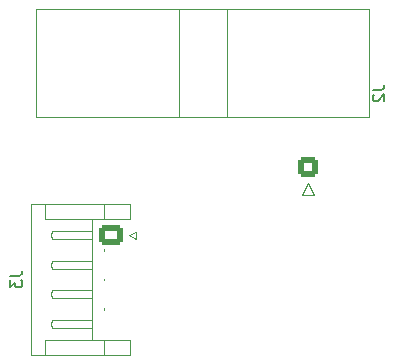
<source format=gbr>
%TF.GenerationSoftware,KiCad,Pcbnew,(7.0.0)*%
%TF.CreationDate,2023-04-09T14:25:35-07:00*%
%TF.ProjectId,SidecarXE85-keyboard,53696465-6361-4725-9845-38352d6b6579,rev?*%
%TF.SameCoordinates,Original*%
%TF.FileFunction,Legend,Bot*%
%TF.FilePolarity,Positive*%
%FSLAX46Y46*%
G04 Gerber Fmt 4.6, Leading zero omitted, Abs format (unit mm)*
G04 Created by KiCad (PCBNEW (7.0.0)) date 2023-04-09 14:25:35*
%MOMM*%
%LPD*%
G01*
G04 APERTURE LIST*
G04 Aperture macros list*
%AMRoundRect*
0 Rectangle with rounded corners*
0 $1 Rounding radius*
0 $2 $3 $4 $5 $6 $7 $8 $9 X,Y pos of 4 corners*
0 Add a 4 corners polygon primitive as box body*
4,1,4,$2,$3,$4,$5,$6,$7,$8,$9,$2,$3,0*
0 Add four circle primitives for the rounded corners*
1,1,$1+$1,$2,$3*
1,1,$1+$1,$4,$5*
1,1,$1+$1,$6,$7*
1,1,$1+$1,$8,$9*
0 Add four rect primitives between the rounded corners*
20,1,$1+$1,$2,$3,$4,$5,0*
20,1,$1+$1,$4,$5,$6,$7,0*
20,1,$1+$1,$6,$7,$8,$9,0*
20,1,$1+$1,$8,$9,$2,$3,0*%
%AMHorizOval*
0 Thick line with rounded ends*
0 $1 width*
0 $2 $3 position (X,Y) of the first rounded end (center of the circle)*
0 $4 $5 position (X,Y) of the second rounded end (center of the circle)*
0 Add line between two ends*
20,1,$1,$2,$3,$4,$5,0*
0 Add two circle primitives to create the rounded ends*
1,1,$1,$2,$3*
1,1,$1,$4,$5*%
G04 Aperture macros list end*
%ADD10C,0.150000*%
%ADD11C,0.120000*%
%ADD12O,2.200000X1.800000*%
%ADD13C,5.250000*%
%ADD14HorizOval,1.400000X-0.169047X0.362523X0.169047X-0.362523X0*%
%ADD15HorizOval,2.200000X-0.353553X-0.353553X0.353553X0.353553X0*%
%ADD16C,1.900000*%
%ADD17C,2.200000*%
%ADD18O,2.500000X1.400000*%
%ADD19C,3.048000*%
%ADD20C,3.987800*%
%ADD21C,1.620000*%
%ADD22RoundRect,0.250000X0.600000X-0.600000X0.600000X0.600000X-0.600000X0.600000X-0.600000X-0.600000X0*%
%ADD23C,1.700000*%
%ADD24RoundRect,0.250000X-0.725000X0.600000X-0.725000X-0.600000X0.725000X-0.600000X0.725000X0.600000X0*%
%ADD25O,1.950000X1.700000*%
G04 APERTURE END LIST*
D10*
%TO.C,J2*%
X55473630Y-36314166D02*
X56187916Y-36314166D01*
X56187916Y-36314166D02*
X56330773Y-36266547D01*
X56330773Y-36266547D02*
X56426011Y-36171309D01*
X56426011Y-36171309D02*
X56473630Y-36028452D01*
X56473630Y-36028452D02*
X56473630Y-35933214D01*
X55568869Y-36742738D02*
X55521250Y-36790357D01*
X55521250Y-36790357D02*
X55473630Y-36885595D01*
X55473630Y-36885595D02*
X55473630Y-37123690D01*
X55473630Y-37123690D02*
X55521250Y-37218928D01*
X55521250Y-37218928D02*
X55568869Y-37266547D01*
X55568869Y-37266547D02*
X55664107Y-37314166D01*
X55664107Y-37314166D02*
X55759345Y-37314166D01*
X55759345Y-37314166D02*
X55902202Y-37266547D01*
X55902202Y-37266547D02*
X56473630Y-36695119D01*
X56473630Y-36695119D02*
X56473630Y-37314166D01*
%TO.C,J3*%
X24804880Y-52054166D02*
X25519166Y-52054166D01*
X25519166Y-52054166D02*
X25662023Y-52006547D01*
X25662023Y-52006547D02*
X25757261Y-51911309D01*
X25757261Y-51911309D02*
X25804880Y-51768452D01*
X25804880Y-51768452D02*
X25804880Y-51673214D01*
X24804880Y-52435119D02*
X24804880Y-53054166D01*
X24804880Y-53054166D02*
X25185833Y-52720833D01*
X25185833Y-52720833D02*
X25185833Y-52863690D01*
X25185833Y-52863690D02*
X25233452Y-52958928D01*
X25233452Y-52958928D02*
X25281071Y-53006547D01*
X25281071Y-53006547D02*
X25376309Y-53054166D01*
X25376309Y-53054166D02*
X25614404Y-53054166D01*
X25614404Y-53054166D02*
X25709642Y-53006547D01*
X25709642Y-53006547D02*
X25757261Y-52958928D01*
X25757261Y-52958928D02*
X25804880Y-52863690D01*
X25804880Y-52863690D02*
X25804880Y-52577976D01*
X25804880Y-52577976D02*
X25757261Y-52482738D01*
X25757261Y-52482738D02*
X25709642Y-52435119D01*
D11*
%TO.C,J2*%
X49506250Y-45212500D02*
X50006250Y-44212500D01*
X50506250Y-45212500D02*
X49506250Y-45212500D01*
X50006250Y-44212500D02*
X50506250Y-45212500D01*
X27016250Y-38592500D02*
X55216250Y-38592500D01*
X39066250Y-38592500D02*
X39066250Y-29472500D01*
X43166250Y-38592500D02*
X43166250Y-29472500D01*
X55216250Y-38592500D02*
X55216250Y-29472500D01*
X27016250Y-29472500D02*
X27016250Y-38592500D01*
X55216250Y-29472500D02*
X27016250Y-29472500D01*
%TO.C,J3*%
X34947500Y-46027500D02*
X26527500Y-46027500D01*
X27747500Y-46027500D02*
X27747500Y-47247500D01*
X26527500Y-46027500D02*
X26527500Y-58747500D01*
X34947500Y-47247500D02*
X34947500Y-46027500D01*
X32747500Y-47247500D02*
X32747500Y-46027500D01*
X32747500Y-47247500D02*
X34947500Y-47247500D01*
X31747500Y-47247500D02*
X31747500Y-57527500D01*
X27747500Y-47247500D02*
X32747500Y-47247500D01*
X31747500Y-48317500D02*
X28327500Y-48317500D01*
X28327500Y-48317500D02*
X28247500Y-48637500D01*
X35437500Y-48337500D02*
X35437500Y-48937500D01*
X34837500Y-48637500D02*
X35437500Y-48337500D01*
X31747500Y-48637500D02*
X31747500Y-48317500D01*
X28247500Y-48637500D02*
X28327500Y-48957500D01*
X35437500Y-48937500D02*
X34837500Y-48637500D01*
X31747500Y-48957500D02*
X31747500Y-48637500D01*
X28327500Y-48957500D02*
X31747500Y-48957500D01*
X32747500Y-49807500D02*
X32747500Y-49967500D01*
X31747500Y-50817500D02*
X28327500Y-50817500D01*
X28327500Y-50817500D02*
X28247500Y-51137500D01*
X31747500Y-51137500D02*
X31747500Y-50817500D01*
X28247500Y-51137500D02*
X28327500Y-51457500D01*
X31747500Y-51457500D02*
X31747500Y-51137500D01*
X28327500Y-51457500D02*
X31747500Y-51457500D01*
X32747500Y-52307500D02*
X32747500Y-52467500D01*
X31747500Y-53317500D02*
X28327500Y-53317500D01*
X28327500Y-53317500D02*
X28247500Y-53637500D01*
X31747500Y-53637500D02*
X31747500Y-53317500D01*
X28247500Y-53637500D02*
X28327500Y-53957500D01*
X31747500Y-53957500D02*
X31747500Y-53637500D01*
X28327500Y-53957500D02*
X31747500Y-53957500D01*
X32747500Y-54807500D02*
X32747500Y-54967500D01*
X31747500Y-55817500D02*
X28327500Y-55817500D01*
X28327500Y-55817500D02*
X28247500Y-56137500D01*
X31747500Y-56137500D02*
X31747500Y-55817500D01*
X28247500Y-56137500D02*
X28327500Y-56457500D01*
X31747500Y-56457500D02*
X31747500Y-56137500D01*
X28327500Y-56457500D02*
X31747500Y-56457500D01*
X34947500Y-57527500D02*
X32747500Y-57527500D01*
X32747500Y-57527500D02*
X32747500Y-58747500D01*
X27747500Y-57527500D02*
X32747500Y-57527500D01*
X34947500Y-58747500D02*
X34947500Y-57527500D01*
X27747500Y-58747500D02*
X27747500Y-57527500D01*
X26527500Y-58747500D02*
X34947500Y-58747500D01*
%TD*%
%LPC*%
D12*
%TO.C,SW8*%
X132782499Y-128904999D03*
D13*
X138112500Y-128905000D03*
D12*
X143442499Y-128904999D03*
D14*
X133412499Y-133154999D03*
D15*
X141612499Y-131774999D03*
D16*
X135572500Y-133985000D03*
D17*
X138112500Y-134905000D03*
D18*
X140712499Y-134654999D03*
%TD*%
D12*
%TO.C,SW5*%
X70869999Y-40304999D03*
D13*
X76200000Y-40305000D03*
D12*
X81529999Y-40304999D03*
D14*
X71499999Y-44554999D03*
D15*
X79699999Y-43174999D03*
D16*
X73660000Y-45385000D03*
D17*
X76200000Y-46305000D03*
D18*
X78799999Y-46054999D03*
%TD*%
D12*
%TO.C,SW23*%
X94682499Y-109854999D03*
D13*
X100012500Y-109855000D03*
D12*
X105342499Y-109854999D03*
D14*
X95312499Y-114104999D03*
D15*
X103512499Y-112724999D03*
D16*
X97472500Y-114935000D03*
D17*
X100012500Y-115855000D03*
D18*
X102612499Y-115604999D03*
%TD*%
D19*
%TO.C,SW4*%
X97537500Y-140970000D03*
D20*
X97537500Y-156210000D03*
D12*
X104207499Y-147954999D03*
D13*
X109537500Y-147955000D03*
D12*
X114867499Y-147954999D03*
D19*
X121537500Y-140970000D03*
D20*
X121537500Y-156210000D03*
D14*
X104837499Y-152204999D03*
D15*
X113037499Y-150824999D03*
D16*
X106997500Y-153035000D03*
D17*
X109537500Y-153955000D03*
D18*
X112137499Y-153704999D03*
%TD*%
D12*
%TO.C,SW11*%
X94682499Y-71754999D03*
D13*
X100012500Y-71755000D03*
D12*
X105342499Y-71754999D03*
D14*
X95312499Y-76004999D03*
D15*
X103512499Y-74624999D03*
D16*
X97472500Y-76835000D03*
D17*
X100012500Y-77755000D03*
D18*
X102612499Y-77504999D03*
%TD*%
D12*
%TO.C,SW27*%
X151832499Y-71754999D03*
D13*
X157162500Y-71755000D03*
D12*
X162492499Y-71754999D03*
D14*
X152462499Y-76004999D03*
D15*
X160662499Y-74624999D03*
D16*
X154622500Y-76835000D03*
D17*
X157162500Y-77755000D03*
D18*
X159762499Y-77504999D03*
%TD*%
D12*
%TO.C,SW18*%
X113732499Y-71754999D03*
D13*
X119062500Y-71755000D03*
D12*
X124392499Y-71754999D03*
D14*
X114362499Y-76004999D03*
D15*
X122562499Y-74624999D03*
D16*
X116522500Y-76835000D03*
D17*
X119062500Y-77755000D03*
D18*
X121662499Y-77504999D03*
%TD*%
D12*
%TO.C,SW30*%
X70869999Y-90804999D03*
D13*
X76200000Y-90805000D03*
D12*
X81529999Y-90804999D03*
D14*
X71499999Y-95054999D03*
D15*
X79699999Y-93674999D03*
D16*
X73660000Y-95885000D03*
D17*
X76200000Y-96805000D03*
D18*
X78799999Y-96554999D03*
%TD*%
D12*
%TO.C,SW6*%
X128019999Y-40304999D03*
D13*
X133350000Y-40305000D03*
D12*
X138679999Y-40304999D03*
D14*
X128649999Y-44554999D03*
D15*
X136849999Y-43174999D03*
D16*
X130810000Y-45385000D03*
D17*
X133350000Y-46305000D03*
D18*
X135949999Y-46054999D03*
%TD*%
D12*
%TO.C,SW9*%
X113732499Y-128904999D03*
D13*
X119062500Y-128905000D03*
D12*
X124392499Y-128904999D03*
D14*
X114362499Y-133154999D03*
D15*
X122562499Y-131774999D03*
D16*
X116522500Y-133985000D03*
D17*
X119062500Y-134905000D03*
D18*
X121662499Y-134654999D03*
%TD*%
D12*
%TO.C,SW16*%
X113732499Y-90804999D03*
D13*
X119062500Y-90805000D03*
D12*
X124392499Y-90804999D03*
D14*
X114362499Y-95054999D03*
D15*
X122562499Y-93674999D03*
D16*
X116522500Y-95885000D03*
D17*
X119062500Y-96805000D03*
D18*
X121662499Y-96554999D03*
%TD*%
D19*
%TO.C,SW2*%
X150177500Y-126430000D03*
X150177500Y-150430000D03*
D12*
X151832499Y-138429999D03*
D13*
X157162500Y-138430000D03*
D12*
X162492499Y-138429999D03*
D20*
X165417500Y-126430000D03*
X165417500Y-150430000D03*
D14*
X152462499Y-142679999D03*
D15*
X160662499Y-141299999D03*
D16*
X154622500Y-143510000D03*
D17*
X157162500Y-144430000D03*
D18*
X159762499Y-144179999D03*
%TD*%
D12*
%TO.C,SW15*%
X132782499Y-90804999D03*
D13*
X138112500Y-90805000D03*
D12*
X143442499Y-90804999D03*
D14*
X133412499Y-95054999D03*
D15*
X141612499Y-93674999D03*
D16*
X135572500Y-95885000D03*
D17*
X138112500Y-96805000D03*
D18*
X140712499Y-96554999D03*
%TD*%
D12*
%TO.C,SW3*%
X132782499Y-147954999D03*
D13*
X138112500Y-147955000D03*
D12*
X143442499Y-147954999D03*
D14*
X133412499Y-152204999D03*
D15*
X141612499Y-150824999D03*
D16*
X135572500Y-153035000D03*
D17*
X138112500Y-153955000D03*
D18*
X140712499Y-153704999D03*
%TD*%
D12*
%TO.C,SW13*%
X156594999Y-40304999D03*
D13*
X161925000Y-40305000D03*
D12*
X167254999Y-40304999D03*
D14*
X157224999Y-44554999D03*
D15*
X165424999Y-43174999D03*
D16*
X159385000Y-45385000D03*
D17*
X161925000Y-46305000D03*
D18*
X164524999Y-46054999D03*
%TD*%
D12*
%TO.C,SW29*%
X37532499Y-71754999D03*
D13*
X42862500Y-71755000D03*
D12*
X48192499Y-71754999D03*
D14*
X38162499Y-76004999D03*
D15*
X46362499Y-74624999D03*
D16*
X40322500Y-76835000D03*
D17*
X42862500Y-77755000D03*
D18*
X45462499Y-77504999D03*
%TD*%
D12*
%TO.C,SW24*%
X66107499Y-71754999D03*
D13*
X71437500Y-71755000D03*
D12*
X76767499Y-71754999D03*
D14*
X66737499Y-76004999D03*
D15*
X74937499Y-74624999D03*
D16*
X68897500Y-76835000D03*
D17*
X71437500Y-77755000D03*
D18*
X74037499Y-77504999D03*
%TD*%
D12*
%TO.C,SW26*%
X132782499Y-71754999D03*
D13*
X138112500Y-71755000D03*
D12*
X143442499Y-71754999D03*
D14*
X133412499Y-76004999D03*
D15*
X141612499Y-74624999D03*
D16*
X135572500Y-76835000D03*
D17*
X138112500Y-77755000D03*
D18*
X140712499Y-77504999D03*
%TD*%
D12*
%TO.C,SW20*%
X51819999Y-109854999D03*
D13*
X57150000Y-109855000D03*
D12*
X62479999Y-109854999D03*
D14*
X52449999Y-114104999D03*
D15*
X60649999Y-112724999D03*
D16*
X54610000Y-114935000D03*
D17*
X57150000Y-115855000D03*
D18*
X59749999Y-115604999D03*
%TD*%
D12*
%TO.C,SW17*%
X94682499Y-90804999D03*
D13*
X100012500Y-90805000D03*
D12*
X105342499Y-90804999D03*
D14*
X95312499Y-95054999D03*
D15*
X103512499Y-93674999D03*
D16*
X97472500Y-95885000D03*
D17*
X100012500Y-96805000D03*
D18*
X102612499Y-96554999D03*
%TD*%
D12*
%TO.C,SW21*%
X132782499Y-109854999D03*
D13*
X138112500Y-109855000D03*
D12*
X143442499Y-109854999D03*
D14*
X133412499Y-114104999D03*
D15*
X141612499Y-112724999D03*
D16*
X135572500Y-114935000D03*
D17*
X138112500Y-115855000D03*
D18*
X140712499Y-115604999D03*
%TD*%
D12*
%TO.C,SW7*%
X32769999Y-90804999D03*
D13*
X38100000Y-90805000D03*
D12*
X43429999Y-90804999D03*
D14*
X33399999Y-95054999D03*
D15*
X41599999Y-93674999D03*
D16*
X35560000Y-95885000D03*
D17*
X38100000Y-96805000D03*
D18*
X40699999Y-96554999D03*
%TD*%
D12*
%TO.C,SW22*%
X113732499Y-109854999D03*
D13*
X119062500Y-109855000D03*
D12*
X124392499Y-109854999D03*
D14*
X114362499Y-114104999D03*
D15*
X122562499Y-112724999D03*
D16*
X116522500Y-114935000D03*
D17*
X119062500Y-115855000D03*
D18*
X121662499Y-115604999D03*
%TD*%
D12*
%TO.C,SW25*%
X70869999Y-109854999D03*
D13*
X76200000Y-109855000D03*
D12*
X81529999Y-109854999D03*
D14*
X71499999Y-114104999D03*
D15*
X79699999Y-112724999D03*
D16*
X73660000Y-114935000D03*
D17*
X76200000Y-115855000D03*
D18*
X78799999Y-115604999D03*
%TD*%
D12*
%TO.C,SW12*%
X99444999Y-40304999D03*
D13*
X104775000Y-40305000D03*
D12*
X110104999Y-40304999D03*
D14*
X100074999Y-44554999D03*
D15*
X108274999Y-43174999D03*
D16*
X102235000Y-45385000D03*
D17*
X104775000Y-46305000D03*
D18*
X107374999Y-46054999D03*
%TD*%
D12*
%TO.C,SW19*%
X51819999Y-90804999D03*
D13*
X57150000Y-90805000D03*
D12*
X62479999Y-90804999D03*
D14*
X52449999Y-95054999D03*
D15*
X60649999Y-93674999D03*
D16*
X54610000Y-95885000D03*
D17*
X57150000Y-96805000D03*
D18*
X59749999Y-96554999D03*
%TD*%
D12*
%TO.C,SW1*%
X151832499Y-90804999D03*
D13*
X157162500Y-90805000D03*
D12*
X162492499Y-90804999D03*
D14*
X152462499Y-95054999D03*
D15*
X160662499Y-93674999D03*
D16*
X154622500Y-95885000D03*
D17*
X157162500Y-96805000D03*
D18*
X159762499Y-96554999D03*
%TD*%
D21*
%TO.C,RV1*%
X47625000Y-57150000D03*
X45125000Y-52150000D03*
X42625000Y-57150000D03*
%TD*%
D12*
%TO.C,SW28*%
X151832499Y-109854999D03*
D13*
X157162500Y-109855000D03*
D12*
X162492499Y-109854999D03*
D14*
X152462499Y-114104999D03*
D15*
X160662499Y-112724999D03*
D16*
X154622500Y-114935000D03*
D17*
X157162500Y-115855000D03*
D18*
X159762499Y-115604999D03*
%TD*%
D12*
%TO.C,SW10*%
X94682499Y-128904999D03*
D13*
X100012500Y-128905000D03*
D12*
X105342499Y-128904999D03*
D14*
X95312499Y-133154999D03*
D15*
X103512499Y-131774999D03*
D16*
X97472500Y-133985000D03*
D17*
X100012500Y-134905000D03*
D18*
X102612499Y-134654999D03*
%TD*%
D12*
%TO.C,SW14*%
X32769999Y-109854999D03*
D13*
X38100000Y-109855000D03*
D12*
X43429999Y-109854999D03*
D14*
X33399999Y-114104999D03*
D15*
X41599999Y-112724999D03*
D16*
X35560000Y-114935000D03*
D17*
X38100000Y-115855000D03*
D18*
X40699999Y-115604999D03*
%TD*%
D22*
%TO.C,J2*%
X50006250Y-42862500D03*
D23*
X50006250Y-40322500D03*
X47466250Y-42862500D03*
X47466250Y-40322500D03*
X44926250Y-42862500D03*
X44926250Y-40322500D03*
X42386250Y-42862500D03*
X42386250Y-40322500D03*
X39846250Y-42862500D03*
X39846250Y-40322500D03*
X37306250Y-42862500D03*
X37306250Y-40322500D03*
X34766250Y-42862500D03*
X34766250Y-40322500D03*
X32226250Y-42862500D03*
X32226250Y-40322500D03*
%TD*%
D24*
%TO.C,J3*%
X33337500Y-48637500D03*
D25*
X33337499Y-51137499D03*
X33337499Y-53637499D03*
X33337499Y-56137499D03*
%TD*%
M02*

</source>
